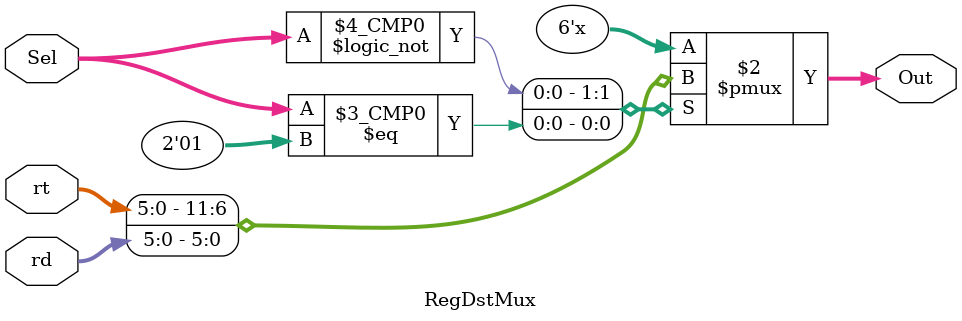
<source format=v>
`timescale 1ns / 1ps

module RegDstMux(
    input [5:0] rt, rd,
    input [1:0] Sel,
    output reg [5:0] Out
    );
	always @(rt, rd, Sel)
	case(Sel)
	0: Out <=rt;
	1: Out <=rd;
	endcase


endmodule
</source>
